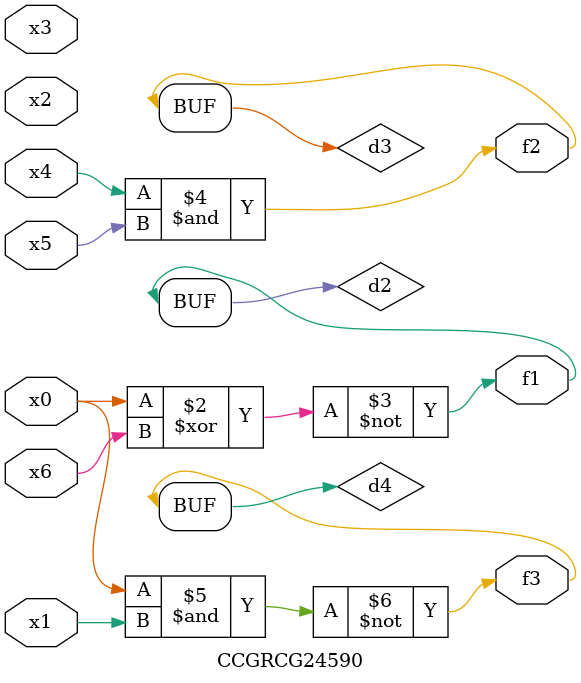
<source format=v>
module CCGRCG24590(
	input x0, x1, x2, x3, x4, x5, x6,
	output f1, f2, f3
);

	wire d1, d2, d3, d4;

	nor (d1, x0);
	xnor (d2, x0, x6);
	and (d3, x4, x5);
	nand (d4, x0, x1);
	assign f1 = d2;
	assign f2 = d3;
	assign f3 = d4;
endmodule

</source>
